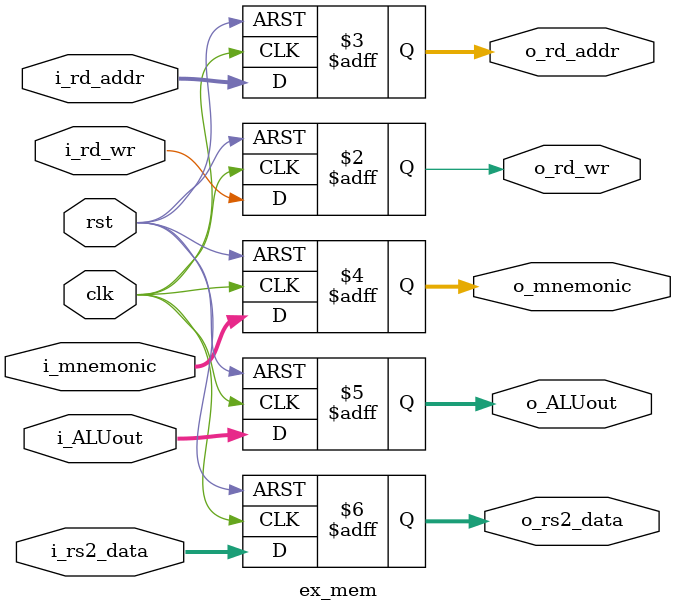
<source format=sv>
module ex_mem(

    input                   clk,
    input                   rst,

    input                   i_rd_wr,
    input           [ 4:0]  i_rd_addr,
    input           [ 5:0]  i_mnemonic,
    input           [31:0]  i_ALUout,
    input           [31:0]  i_rs2_data,

    output  logic           o_rd_wr,
    output  logic   [ 4:0]  o_rd_addr,
    output  logic   [ 5:0]  o_mnemonic,
    output  logic   [31:0]  o_ALUout,
    output  logic   [31:0]  o_rs2_data
);

    always_ff @(posedge clk, posedge rst) begin
        if (rst) begin
            o_rd_wr     <= 'd0;
            o_rd_addr   <= 'd0;
            o_mnemonic  <= 'd0;
            o_ALUout    <= 'd0;
            o_rs2_data  <= 'd0;
        end else begin
            o_rd_wr     <= i_rd_wr;
            o_rd_addr   <= i_rd_addr;
            o_mnemonic  <= i_mnemonic;
            o_ALUout    <= i_ALUout;
            o_rs2_data  <= i_rs2_data;
        end
    end

endmodule
</source>
